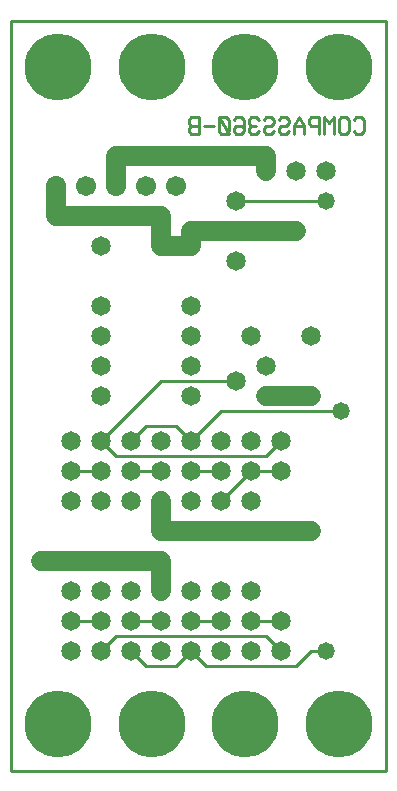
<source format=gbl>
%MOIN*%
%FSLAX25Y25*%
G04 D10 used for Character Trace; *
G04     Circle (OD=.01000) (No hole)*
G04 D11 used for Power Trace; *
G04     Circle (OD=.06700) (No hole)*
G04 D12 used for Signal Trace; *
G04     Circle (OD=.01100) (No hole)*
G04 D13 used for Via; *
G04     Circle (OD=.05800) (Round. Hole ID=.02800)*
G04 D14 used for Component hole; *
G04     Circle (OD=.06500) (Round. Hole ID=.03500)*
G04 D15 used for Component hole; *
G04     Circle (OD=.06700) (Round. Hole ID=.04300)*
G04 D16 used for Component hole; *
G04     Circle (OD=.08100) (Round. Hole ID=.05100)*
G04 D17 used for Component hole; *
G04     Circle (OD=.08900) (Round. Hole ID=.05900)*
G04 D18 used for Component hole; *
G04     Circle (OD=.11300) (Round. Hole ID=.08300)*
G04 D19 used for Component hole; *
G04     Circle (OD=.16000) (Round. Hole ID=.13000)*
G04 D20 used for Component hole; *
G04     Circle (OD=.18300) (Round. Hole ID=.15300)*
G04 D21 used for Component hole; *
G04     Circle (OD=.22291) (Round. Hole ID=.19291)*
%ADD10C,.01000*%
%ADD11C,.06700*%
%ADD12C,.01100*%
%ADD13C,.05800*%
%ADD14C,.06500*%
%ADD15C,.06700*%
%ADD16C,.08100*%
%ADD17C,.08900*%
%ADD18C,.11300*%
%ADD19C,.16000*%
%ADD20C,.18300*%
%ADD21C,.22291*%
%IPPOS*%
%LPD*%
G90*X0Y0D02*D21*X15625Y15625D03*D14*              
X40000Y40000D03*D12*X45000Y35000D01*X55000D01*    
X60000Y40000D01*D14*D03*D12*X65000Y35000D01*      
X95000D01*X100000Y40000D01*X105000D01*D13*D03*D14*
X90000Y50000D03*D12*X80000D01*D14*D03*D12*        
X90000Y40000D02*X85000Y45000D01*D14*              
X90000Y40000D03*D12*X35000Y45000D02*X85000D01*    
X30000Y40000D02*X35000Y45000D01*D14*              
X30000Y40000D03*X40000Y50000D03*D12*X50000D01*D14*
D03*X60000Y60000D03*X40000D03*X60000Y50000D03*D12*
X70000D01*D14*D03*X80000Y40000D03*Y60000D03*      
X70000D03*Y40000D03*D11*X50000Y60000D02*Y70000D01*
D14*Y60000D03*D11*X10000Y70000D02*X50000D01*D13*  
X10000D03*D14*X20000Y60000D03*X30000Y50000D03*D12*
X20000D01*D14*D03*X30000Y60000D03*X20000Y40000D03*
D11*X50000Y80000D02*X100000D01*D13*D03*D14*       
X80000Y100000D03*D12*X70000Y90000D01*D14*D03*D12* 
X80000Y100000D02*X90000D01*D14*D03*D12*           
X35000Y105000D02*X85000D01*X35000D02*             
X30000Y110000D01*D14*D03*D12*X50000Y130000D01*    
X75000D01*D14*D03*X85000Y125000D03*D11*X100000D01*
D13*D03*X110000Y120000D03*D12*X70000D01*          
X60000Y110000D01*D14*D03*D12*X55000Y115000D01*    
X45000D01*X40000Y110000D01*D14*D03*               
X50000Y100000D03*D12*X40000D01*D14*D03*           
X50000Y90000D03*D11*Y80000D01*D14*X60000Y90000D03*
X40000D03*X70000Y100000D03*D12*X60000D01*D14*D03* 
X70000Y110000D03*X50000D03*X80000Y90000D03*       
Y110000D03*X60000Y125000D03*D12*X85000Y105000D02* 
X90000Y110000D01*D14*D03*X85000Y135000D03*        
X60000D03*X100000Y145000D03*X80000D03*X60000D03*  
Y155000D03*X30000D03*Y145000D03*Y135000D03*       
Y125000D03*Y100000D03*D12*X20000D01*D14*D03*      
X30000Y90000D03*X20000Y110000D03*Y90000D03*       
X50000Y40000D03*X75000Y170000D03*D11*             
X50000Y175000D02*X60000D01*D14*X50000D03*D11*     
Y185000D01*X15000D01*Y195000D01*D15*D03*X25000D03*
X35000D03*D11*Y205000D01*X85000D01*Y200000D01*D14*
D03*X75000Y190000D03*D12*X105000D01*D13*D03*D14*  
X95000Y200000D03*D13*Y180000D03*D11*X75000D01*D14*
D03*D11*X60000D01*Y175000D01*D15*X55000Y195000D03*
X45000D03*D14*X30000Y175000D03*D10*               
X114163Y213086D02*X115000Y212129D01*X116674D01*   
X117511Y213086D01*Y216914D01*X116674Y217871D01*   
X115000D01*X114163Y216914D01*X109163Y213086D02*   
X110000Y212129D01*X111674D01*X112511Y213086D01*   
Y216914D01*X111674Y217871D01*X110000D01*          
X109163Y216914D01*Y213086D01*X107511Y212129D02*   
Y217871D01*X105837Y215957D01*X104163Y217871D01*   
Y212129D01*X102511D02*Y217871D01*X100000D01*      
X99163Y216914D01*Y215957D01*X100000Y215000D01*    
X102511D01*X97511Y212129D02*Y215000D01*           
X95837Y217871D01*X94163Y215000D01*Y212129D01*     
X97511Y215000D02*X94163D01*X89163Y216914D02*      
X90000Y217871D01*X91674D01*X92511Y216914D01*      
Y215957D01*X91674Y215000D01*X90000D01*            
X89163Y214043D01*Y213086D01*X90000Y212129D01*     
X91674D01*X92511Y213086D01*X84163Y216914D02*      
X85000Y217871D01*X86674D01*X87511Y216914D01*      
Y215957D01*X86674Y215000D01*X85000D01*            
X84163Y214043D01*Y213086D01*X85000Y212129D01*     
X86674D01*X87511Y213086D01*X82511Y216914D02*      
X81674Y217871D01*X80000D01*X79163Y216914D01*      
Y215957D01*X80000Y215000D01*X81674D01*X80000D02*  
X79163Y214043D01*Y213086D01*X80000Y212129D01*     
X81674D01*X82511Y213086D01*X74163Y216914D02*      
X75000Y217871D01*X76674D01*X77511Y216914D01*      
Y213086D01*X76674Y212129D01*X75000D01*            
X74163Y213086D01*Y214043D01*X75000Y215000D01*     
X76674D01*X77511Y214043D01*X69163Y213086D02*      
X70000Y212129D01*X71674D01*X72511Y213086D01*      
Y216914D01*X71674Y217871D01*X70000D01*            
X69163Y216914D01*Y213086D01*X72511Y212129D02*     
X69163Y217871D01*X67511Y215000D02*X64163D01*      
X62511Y212129D02*Y217871D01*X60000D01*            
X59163Y216914D01*Y215957D01*X60000Y215000D01*     
X59163Y214043D01*Y213086D01*X60000Y212129D01*     
X62511D01*Y215000D02*X60000D01*D14*               
X105000Y200000D03*D21*X109375Y234375D03*X78125D03*
X46875D03*X15625D03*D12*X125000Y0D02*Y250000D01*  
X0Y0D02*X125000D01*X0D02*Y250000D01*X125000D01*   
D21*X46875Y15625D03*X78125D03*X109375D03*M02*     

</source>
